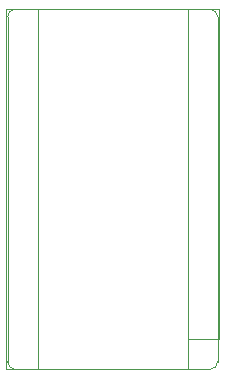
<source format=gbr>
%TF.GenerationSoftware,KiCad,Pcbnew,5.1.5+dfsg1-2~bpo10+1*%
%TF.CreationDate,Date%
%TF.ProjectId,ProMicro_TEST,50726f4d-6963-4726-9f5f-544553542e6b,v1.0*%
%TF.SameCoordinates,Original*%
%TF.FileFunction,Legend,Top*%
%TF.FilePolarity,Positive*%
%FSLAX45Y45*%
G04 Gerber Fmt 4.5, Leading zero omitted, Abs format (unit mm)*
G04 Created by KiCad*
%MOMM*%
%LPD*%
G04 APERTURE LIST*
%ADD10C,0.100000*%
%ADD11C,0.120000*%
%ADD12O,1.600000X1.600000*%
%ADD13R,1.600000X1.600000*%
G04 APERTURE END LIST*
D10*
X127000Y2857500D02*
X127000Y-63500D01*
X-1651000Y-63500D02*
X-1651000Y2857500D01*
X-1587500Y-127000D02*
G75*
G02X-1651000Y-63500I0J63500D01*
G01*
X127000Y-63500D02*
G75*
G02X63500Y-127000I-63500J0D01*
G01*
X63500Y2921000D02*
G75*
G02X127000Y2857500I0J-63500D01*
G01*
X-1651000Y2857500D02*
G75*
G02X-1587500Y2921000I63500J0D01*
G01*
X63500Y-127000D02*
X-1587500Y-127000D01*
X-1587500Y2921000D02*
X63500Y2921000D01*
D11*
X140000Y127000D02*
X140000Y2921000D01*
X-1397000Y-127000D02*
X-1397000Y2921000D01*
X-127000Y127000D02*
X140000Y127000D01*
X-127000Y-127000D02*
X-127000Y2921000D01*
X140000Y2921000D02*
X-1664000Y2921000D01*
X-1664000Y2921000D02*
X-1664000Y-127000D01*
X-1664000Y-127000D02*
X-127000Y-127000D01*
%LPC*%
D12*
X-1524000Y0D03*
X-1524000Y254000D03*
X-1524000Y508000D03*
X0Y2794000D03*
X-1524000Y762000D03*
X0Y2540000D03*
X-1524000Y1016000D03*
X0Y2286000D03*
X-1524000Y1270000D03*
X0Y2032000D03*
X-1524000Y1524000D03*
X0Y1778000D03*
X-1524000Y1778000D03*
X0Y1524000D03*
X-1524000Y2032000D03*
X0Y1270000D03*
X-1524000Y2286000D03*
X0Y1016000D03*
X-1524000Y2540000D03*
X0Y762000D03*
X-1524000Y2794000D03*
X0Y508000D03*
X0Y254000D03*
D13*
X0Y0D03*
M02*

</source>
